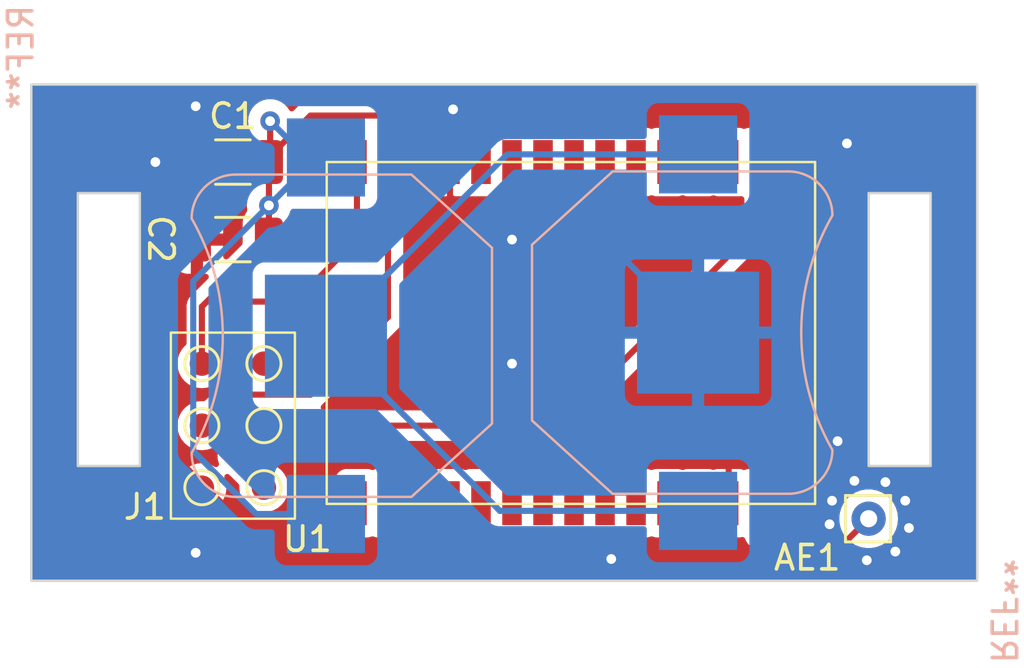
<source format=kicad_pcb>
(kicad_pcb (version 20230620) (generator pcbnew)
  (layers (0 "F.Cu" signal) (31 "B.Cu" signal) (34 "B.Paste" user) (35 "F.Paste" user) (36 "B.SilkS" user "B.Silkscreen") (37 "F.SilkS" user "F.Silkscreen") (38 "B.Mask" user) (39 "F.Mask" user) (44 "Edge.Cuts" user))
  (net 0 "")
  (net 1 "Net-(AE1-A)")
  (net 2 "Net-(BT1-+)")
  (net 3 "GND")
  (net 4 "VDD")
  (net 5 "Net-(J1-Pin_2)")
  (net 6 "Net-(J1-Pin_4)")
  (net 7 "Net-(J1-Pin_5)")
  (footprint "Connector_Pin:Pin_D0.7mm_L6.5mm_W1.8mm_FlatFork" (layer "F.Cu") (at 194.945 112.395)
    (property "Reference" "AE1" (at -2.5146 1.6002 unlocked) (layer "F.SilkS"))
    (property "Value" "Antenna")
    (fp_line (start -0.95 -0.95) (end -0.95 0.95) (stroke (width 0.12)) (layer "F.SilkS"))
    (fp_line (start -0.95 0.95) (end 0.9 0.95) (stroke (width 0.12)) (layer "F.SilkS"))
    (fp_line (start 0.9 -0.95) (end -0.95 -0.95) (stroke (width 0.12)) (layer "F.SilkS"))
    (fp_line (start 0.9 -0.9) (end 0.9 -0.95) (stroke (width 0.12)) (layer "F.SilkS"))
    (fp_line (start 0.9 0.95) (end 0.9 -0.9) (stroke (width 0.12)) (layer "F.SilkS"))
    (pad "1" thru_hole circle (at 0 0) (size 1.4 1.4) (drill 0.7) (layers "*.Cu" "*.Mask") (net 1 "Net-(AE1-A)"))
  )
  (footprint "EBYTE LORA:E07-900M10S" (layer "F.Cu") (at 173.99 111.76)
    (property "Reference" "U1" (at -2.032 1.4732 unlocked) (layer "F.SilkS"))
    (property "Value" "~")
    (fp_line (start -1.238 -13.97) (end 18.762 -13.97) (stroke (width 0.1)) (layer "F.SilkS"))
    (fp_line (start -1.238 0.03) (end -1.238 -13.97) (stroke (width 0.1)) (layer "F.SilkS"))
    (fp_line (start -1.238 0.03) (end 18.762 0.03) (stroke (width 0.1)) (layer "F.SilkS"))
    (fp_line (start 18.762 0.03) (end 18.762 -13.97) (stroke (width 0.1)) (layer "F.SilkS"))
    (pad "1" smd rect (at 0 0) (size 0.8 1.8) (layers "F.Cu" "F.Paste" "F.Mask"))
    (pad "2" smd rect (at 1.27 0) (size 0.8 1.8) (layers "F.Cu" "F.Paste" "F.Mask"))
    (pad "3" smd rect (at 2.54 0) (size 0.8 1.8) (layers "F.Cu" "F.Paste" "F.Mask"))
    (pad "4" smd rect (at 3.81 0) (size 0.8 1.8) (layers "F.Cu" "F.Paste" "F.Mask"))
    (pad "5" smd rect (at 5.08 0) (size 0.8 1.8) (layers "F.Cu" "F.Paste" "F.Mask"))
    (pad "6" smd rect (at 6.35 0) (size 0.8 1.8) (layers "F.Cu" "F.Paste" "F.Mask"))
    (pad "7" smd rect (at 7.62 0) (size 0.8 1.8) (layers "F.Cu" "F.Paste" "F.Mask"))
    (pad "8" smd rect (at 8.89 0) (size 0.8 1.8) (layers "F.Cu" "F.Paste" "F.Mask"))
    (pad "9" smd rect (at 10.16 0) (size 0.8 1.8) (layers "F.Cu" "F.Paste" "F.Mask"))
    (pad "10" smd rect (at 11.43 0) (size 0.8 1.8) (layers "F.Cu" "F.Paste" "F.Mask"))
    (pad "11" smd rect (at 12.7 0) (size 0.8 1.8) (layers "F.Cu" "F.Paste" "F.Mask"))
    (pad "12" smd rect (at 13.97 0) (size 0.8 1.8) (layers "F.Cu" "F.Paste" "F.Mask"))
    (pad "13" smd rect (at 15.222 0 180) (size 0.8 1.8) (layers "F.Cu" "F.Paste" "F.Mask") (net 3 "GND"))
    (pad "14" smd rect (at 16.492 0 180) (size 0.8 1.8) (layers "F.Cu" "F.Paste" "F.Mask") (net 1 "Net-(AE1-A)"))
    (pad "15" smd rect (at 17.762 0.03 180) (size 0.8 1.8) (layers "F.Cu" "F.Paste" "F.Mask") (net 3 "GND"))
    (pad "16" smd rect (at 17.762 -13.97 180) (size 0.8 1.8) (layers "F.Cu" "F.Paste" "F.Mask"))
    (pad "17" smd rect (at 16.492 -13.97 180) (size 0.8 1.8) (layers "F.Cu" "F.Paste" "F.Mask") (net 7 "Net-(J1-Pin_5)"))
    (pad "18" smd rect (at 15.222 -13.97 180) (size 0.8 1.8) (layers "F.Cu" "F.Paste" "F.Mask"))
    (pad "19" smd rect (at 13.97 -13.97) (size 0.8 1.8) (layers "F.Cu" "F.Paste" "F.Mask"))
    (pad "20" smd rect (at 12.7 -13.97) (size 0.8 1.8) (layers "F.Cu" "F.Paste" "F.Mask"))
    (pad "21" smd rect (at 11.43 -13.97) (size 0.8 1.8) (layers "F.Cu" "F.Paste" "F.Mask"))
    (pad "22" smd rect (at 10.16 -13.97) (size 0.8 1.8) (layers "F.Cu" "F.Paste" "F.Mask"))
    (pad "23" smd rect (at 8.89 -13.97) (size 0.8 1.8) (layers "F.Cu" "F.Paste" "F.Mask"))
    (pad "24" smd rect (at 7.62 -13.97) (size 0.8 1.8) (layers "F.Cu" "F.Paste" "F.Mask"))
    (pad "25" smd rect (at 6.35 -13.97) (size 0.8 1.8) (layers "F.Cu" "F.Paste" "F.Mask"))
    (pad "26" smd rect (at 5.08 -13.97) (size 0.8 1.8) (layers "F.Cu" "F.Paste" "F.Mask"))
    (pad "27" smd rect (at 3.81 -13.97) (size 0.8 1.8) (layers "F.Cu" "F.Paste" "F.Mask") (net 3 "GND"))
    (pad "28" smd rect (at 2.54 -13.97) (size 0.8 1.8) (layers "F.Cu" "F.Paste" "F.Mask") (net 4 "VDD"))
    (pad "29" smd rect (at 1.27 -13.97) (size 0.8 1.8) (layers "F.Cu" "F.Paste" "F.Mask") (net 6 "Net-(J1-Pin_4)"))
    (pad "30" smd rect (at 0 -13.97) (size 0.8 1.8) (layers "F.Cu" "F.Paste" "F.Mask") (net 5 "Net-(J1-Pin_2)"))
  )
  (footprint "AliExpress:SWD" (layer "F.Cu") (at 168.91 108.585 -90)
    (property "Reference" "J1" (at 3.3274 3.6068 unlocked) (layer "F.SilkS"))
    (property "Value" "SWD")
    (fp_rect (start -3.81 -2.54) (end 3.81 2.54) (stroke (width 0.1)) (fill none) (layer "F.SilkS"))
    (fp_circle (center -2.54 1.27) (end -2.54 1.97) (stroke (width 0.12)) (fill none) (layer "F.SilkS"))
    (fp_circle (center 0 1.27) (end 0 1.97) (stroke (width 0.12)) (fill none) (layer "F.SilkS"))
    (fp_circle (center 2.54 1.27) (end 2.54 1.97) (stroke (width 0.12)) (fill none) (layer "F.SilkS"))
    (fp_circle (center -2.54 -1.27) (end -2.54 -0.57) (stroke (width 0.12)) (fill none) (layer "F.SilkS"))
    (fp_circle (center 0 -1.27) (end 0 -0.57) (stroke (width 0.12)) (fill none) (layer "F.SilkS"))
    (fp_circle (center 2.54 -1.27) (end 2.54 -0.57) (stroke (width 0.12)) (fill none) (layer "F.SilkS"))
    (pad "1" smd circle (at -2.54 1.27 270) (size 1 1) (layers "F.Cu" "F.Mask") (net 4 "VDD"))
    (pad "2" smd circle (at 0 1.27 270) (size 1 1) (layers "F.Cu" "F.Mask") (net 5 "Net-(J1-Pin_2)"))
    (pad "3" smd circle (at 2.54 1.27 270) (size 1 1) (layers "F.Cu" "F.Mask") (net 3 "GND"))
    (pad "4" smd circle (at 2.54 -1.27 270) (size 1 1) (layers "F.Cu" "F.Mask") (net 6 "Net-(J1-Pin_4)"))
    (pad "5" smd circle (at 0 -1.27 270) (size 1 1) (layers "F.Cu" "F.Mask") (net 7 "Net-(J1-Pin_5)"))
    (pad "6" smd circle (at -2.54 -1.27 270) (size 1 1) (layers "F.Cu" "F.Mask"))
  )
  (footprint "Capacitor_SMD:C_1206_3216Metric" (layer "F.Cu") (at 168.91 97.79 180)
    (property "Reference" "C1" (at 0 1.8796 unlocked) (layer "F.SilkS"))
    (property "Value" "1uF")
    (fp_line (start -0.711252 0.91) (end 0.711252 0.91) (stroke (width 0.12)) (layer "F.SilkS"))
    (fp_line (start -0.711252 -0.91) (end 0.711252 -0.91) (stroke (width 0.12)) (layer "F.SilkS"))
    (pad "1" smd roundrect (at -1.475 0 180) (size 1.15 1.8) (layers "F.Cu" "F.Paste" "F.Mask") (roundrect_rratio 0.2173913043) (net 4 "VDD"))
    (pad "2" smd roundrect (at 1.475 0 180) (size 1.15 1.8) (layers "F.Cu" "F.Paste" "F.Mask") (roundrect_rratio 0.2173913043) (net 3 "GND"))
  )
  (footprint "Capacitor_SMD:C_1206_3216Metric" (layer "F.Cu") (at 168.91 100.965 180)
    (property "Reference" "C2" (at 2.9464 0.0254 -90 unlocked) (layer "F.SilkS"))
    (property "Value" "10uF")
    (fp_line (start -0.711252 0.91) (end 0.711252 0.91) (stroke (width 0.12)) (layer "F.SilkS"))
    (fp_line (start -0.711252 -0.91) (end 0.711252 -0.91) (stroke (width 0.12)) (layer "F.SilkS"))
    (pad "1" smd roundrect (at -1.475 0 180) (size 1.15 1.8) (layers "F.Cu" "F.Paste" "F.Mask") (roundrect_rratio 0.2173913043) (net 4 "VDD"))
    (pad "2" smd roundrect (at 1.475 0 180) (size 1.15 1.8) (layers "F.Cu" "F.Paste" "F.Mask") (roundrect_rratio 0.2173913043) (net 3 "GND"))
  )
  (footprint "AliExpress:CCR-1156" (layer "B.Cu") (at 187.96 104.775 90)
    (property "Reference" "REF**" (at -11.4 12.5 -90 unlocked) (layer "B.SilkS") (effects (justify mirror)))
    (property "Value" "CCR-1156")
    (fp_line (start 3.6 -6.8) (end -3.6 -6.8) (stroke (width 0.1)) (layer "B.SilkS"))
    (fp_line (start 3.6 -6.8) (end 6.6 -3.5) (stroke (width 0.1)) (layer "B.SilkS"))
    (fp_line (start -3.6 -6.8) (end -6.6 -3.5) (stroke (width 0.1)) (layer "B.SilkS"))
    (fp_line (start 6.6 -3.5) (end 6.6 3.7) (stroke (width 0.1)) (layer "B.SilkS"))
    (fp_line (start -6.6 -3.5) (end -6.6 3.7) (stroke (width 0.1)) (layer "B.SilkS"))
    (fp_arc (start 6.6 3.7) (mid 6.072792 4.972792) (end 4.8 5.5) (stroke (width 0.1)) (layer "B.SilkS"))
    (fp_arc (start -4.8 5.5) (mid -6.072792 4.972792) (end -6.6 3.7) (stroke (width 0.1)) (layer "B.SilkS"))
    (fp_arc (start -4.8 5.5) (mid 0 4.225291) (end 4.8 5.5) (stroke (width 0.1)) (layer "B.SilkS"))
    (pad "1" smd rect (at -7.3 0 90) (size 3.2 3.2) (layers "B.Cu" "B.Paste" "B.Mask") (net 2 "Net-(BT1-+)"))
    (pad "1" smd rect (at 7.3 0 90) (size 3.2 3.2) (layers "B.Cu" "B.Paste" "B.Mask") (net 2 "Net-(BT1-+)"))
    (pad "2" smd rect (at 0 0 90) (size 5 5) (layers "B.Cu" "B.Paste" "B.Mask") (net 3 "GND"))
  )
  (footprint "AliExpress:CCR-1156" (layer "B.Cu") (at 172.72 104.902 -90)
    (property "Reference" "REF**" (at -11.4 12.5 90 unlocked) (layer "B.SilkS") (effects (justify mirror)))
    (property "Value" "CCR-1156")
    (fp_line (start -6.6 -3.5) (end -6.6 3.7) (stroke (width 0.1)) (layer "B.SilkS"))
    (fp_line (start 6.6 -3.5) (end 6.6 3.7) (stroke (width 0.1)) (layer "B.SilkS"))
    (fp_line (start -3.6 -6.8) (end -6.6 -3.5) (stroke (width 0.1)) (layer "B.SilkS"))
    (fp_line (start 3.6 -6.8) (end 6.6 -3.5) (stroke (width 0.1)) (layer "B.SilkS"))
    (fp_line (start 3.6 -6.8) (end -3.6 -6.8) (stroke (width 0.1)) (layer "B.SilkS"))
    (fp_arc (start -4.8 5.5) (mid 0 4.225291) (end 4.8 5.5) (stroke (width 0.1)) (layer "B.SilkS"))
    (fp_arc (start -4.8 5.5) (mid -6.072792 4.972792) (end -6.6 3.7) (stroke (width 0.1)) (layer "B.SilkS"))
    (fp_arc (start 6.6 3.7) (mid 6.072792 4.972792) (end 4.8 5.5) (stroke (width 0.1)) (layer "B.SilkS"))
    (pad "1" smd rect (at -7.3 0 270) (size 3.2 3.2) (layers "B.Cu" "B.Paste" "B.Mask") (net 4 "VDD"))
    (pad "1" smd rect (at 7.3 0 270) (size 3.2 3.2) (layers "B.Cu" "B.Paste" "B.Mask") (net 4 "VDD"))
    (pad "2" smd rect (at 0 0 270) (size 5 5) (layers "B.Cu" "B.Paste" "B.Mask") (net 2 "Net-(BT1-+)"))
  )
  (gr_rect (start 194.945 99.06) (end 197.485 110.236) (stroke (width 0.1)) (fill none) (layer "Edge.Cuts"))
  (gr_rect (start 160.655 94.615) (end 199.39 114.935) (stroke (width 0.1)) (fill none) (layer "Edge.Cuts"))
  (gr_rect (start 162.56 99.06) (end 165.1 110.236) (stroke (width 0.1)) (fill none) (layer "Edge.Cuts"))
  (segment (start 193.675 113.665) (end 194.945 112.395) (width 0.25) (layer "F.Cu") (net 1))
  (segment (start 191.135 113.665) (end 193.675 113.665) (width 0.25) (layer "F.Cu") (net 1))
  (segment (start 190.482 113.012) (end 191.135 113.665) (width 0.25) (layer "F.Cu") (net 1))
  (segment (start 190.482 111.76) (end 190.482 113.012) (width 0.25) (layer "F.Cu") (net 1))
  (segment (start 172.72 104.902) (end 172.72 104.9528) (width 0.25) (layer "B.Cu") (net 2))
  (segment (start 172.72 104.9528) (end 179.8422 112.075) (width 0.25) (layer "B.Cu") (net 2))
  (segment (start 180.147 97.475) (end 172.72 104.902) (width 0.25) (layer "B.Cu") (net 2))
  (segment (start 187.96 97.475) (end 180.147 97.475) (width 0.25) (layer "B.Cu") (net 2))
  (segment (start 179.8422 112.075) (end 187.96 112.075) (width 0.25) (layer "B.Cu") (net 2))
  (segment (start 189.23 109.855) (end 189.865 109.22) (width 0.25) (layer "F.Cu") (net 3))
  (segment (start 177.8 99.187) (end 179.578 100.965) (width 0.25) (layer "F.Cu") (net 3))
  (segment (start 190.5 109.22) (end 193.675 109.22) (width 0.25) (layer "F.Cu") (net 3))
  (segment (start 177.8 97.79) (end 177.8 95.758) (width 0.25) (layer "F.Cu") (net 3))
  (segment (start 189.865 109.22) (end 190.5 109.22) (width 0.25) (layer "F.Cu") (net 3))
  (segment (start 189.212 111.76) (end 189.212 109.873) (width 0.25) (layer "F.Cu") (net 3))
  (segment (start 177.8 95.758) (end 177.927 95.631) (width 0.25) (layer "F.Cu") (net 3))
  (segment (start 179.578 100.965) (end 180.34 100.965) (width 0.25) (layer "F.Cu") (net 3))
  (segment (start 189.212 109.873) (end 189.23 109.855) (width 0.25) (layer "F.Cu") (net 3))
  (segment (start 177.8 97.79) (end 177.8 99.187) (width 0.25) (layer "F.Cu") (net 3))
  (via (at 184.404 114.046) (size 0.8) (drill 0.4) (layers "F.Cu" "B.Cu") (net 3))
  (via (at 195.6308 110.8964) (size 0.8) (drill 0.4) (layers "F.Cu" "B.Cu") (net 3))
  (via (at 196.0372 113.7412) (size 0.8) (drill 0.4) (layers "F.Cu" "B.Cu") (net 3))
  (via (at 196.596 112.776) (size 0.8) (drill 0.4) (layers "F.Cu" "B.Cu") (net 3))
  (via (at 194.8688 114.0968) (size 0.8) (drill 0.4) (layers "F.Cu" "B.Cu") (net 3))
  (via (at 177.927 95.631) (size 0.8) (drill 0.4) (layers "F.Cu" "B.Cu") (net 3))
  (via (at 167.386 113.792) (size 0.8) (drill 0.4) (layers "F.Cu" "B.Cu") (net 3))
  (via (at 194.3608 110.8456) (size 0.8) (drill 0.4) (layers "F.Cu" "B.Cu") (net 3))
  (via (at 165.735 97.79) (size 0.8) (drill 0.4) (layers "F.Cu" "B.Cu") (net 3))
  (via (at 194.056 97.028) (size 0.8) (drill 0.4) (layers "F.Cu" "B.Cu") (net 3))
  (via (at 193.4464 111.6584) (size 0.8) (drill 0.4) (layers "F.Cu" "B.Cu") (net 3))
  (via (at 196.4436 111.6584) (size 0.8) (drill 0.4) (layers "F.Cu" "B.Cu") (net 3))
  (via (at 167.386 95.504) (size 0.8) (drill 0.4) (layers "F.Cu" "B.Cu") (net 3))
  (via (at 180.34 100.965) (size 0.8) (drill 0.4) (layers "F.Cu" "B.Cu") (net 3))
  (via (at 193.675 109.22) (size 0.8) (drill 0.4) (layers "F.Cu" "B.Cu") (net 3))
  (via (at 180.34 106.045) (size 0.8) (drill 0.4) (layers "F.Cu" "B.Cu") (net 3))
  (via (at 193.3448 112.6236) (size 0.8) (drill 0.4) (layers "F.Cu" "B.Cu") (net 3))
  (segment (start 184.277 101.092) (end 184.277 100.965) (width 0.25) (layer "B.Cu") (net 3))
  (segment (start 187.96 104.775) (end 184.277 101.092) (width 0.25) (layer "B.Cu") (net 3))
  (segment (start 184.277 100.965) (end 180.34 100.965) (width 0.25) (layer "B.Cu") (net 3))
  (segment (start 167.64 103.71) (end 170.385 100.965) (width 0.25) (layer "F.Cu") (net 4))
  (segment (start 170.385 99.5662) (end 170.385 100.965) (width 0.25) (layer "F.Cu") (net 4))
  (segment (start 170.385 97.79) (end 170.385 97.585) (width 0.25) (layer "F.Cu") (net 4))
  (segment (start 170.385 97.585) (end 172.085 95.885) (width 0.25) (layer "F.Cu") (net 4))
  (segment (start 172.085 95.885) (end 175.895 95.885) (width 0.25) (layer "F.Cu") (net 4))
  (segment (start 176.53 96.52) (end 176.53 97.79) (width 0.25) (layer "F.Cu") (net 4))
  (segment (start 170.434 96.1136) (end 170.434 97.741) (width 0.25) (layer "F.Cu") (net 4))
  (segment (start 170.434 97.741) (end 170.385 97.79) (width 0.25) (layer "F.Cu") (net 4))
  (segment (start 170.385 99.5662) (end 170.385 97.79) (width 0.25) (layer "F.Cu") (net 4))
  (segment (start 170.4104 100.9904) (end 170.385 100.965) (width 0.25) (layer "F.Cu") (net 4))
  (segment (start 175.895 95.885) (end 176.53 96.52) (width 0.25) (layer "F.Cu") (net 4))
  (segment (start 167.64 106.045) (end 167.64 103.71) (width 0.25) (layer "F.Cu") (net 4))
  (segment (start 170.385 101.1918) (end 170.385 100.965) (width 0.25) (layer "F.Cu") (net 4))
  (segment (start 176.53 97.76) (end 176.53 98.425) (width 0.25) (layer "F.Cu") (net 4))
  (via (at 170.385 99.5662) (size 0.8) (drill 0.4) (layers "F.Cu" "B.Cu") (net 4))
  (via (at 170.434 96.1136) (size 0.8) (drill 0.4) (layers "F.Cu" "B.Cu") (net 4))
  (segment (start 170.434 96.1136) (end 171.8716 97.5512) (width 0.25) (layer "B.Cu") (net 4))
  (segment (start 172.3492 97.602) (end 172.72 97.602) (width 0.25) (layer "B.Cu") (net 4))
  (segment (start 172.72 112.202) (end 169.86 112.202) (width 0.25) (layer "B.Cu") (net 4))
  (segment (start 171.9732 97.602) (end 172.72 97.602) (width 0.25) (layer "B.Cu") (net 4))
  (segment (start 167.2844 102.6668) (end 172.3492 97.602) (width 0.25) (layer "B.Cu") (net 4))
  (segment (start 172.72 112.202) (end 172.0952 112.8268) (width 0.25) (layer "B.Cu") (net 4))
  (segment (start 167.2844 109.6264) (end 167.2844 102.6668) (width 0.25) (layer "B.Cu") (net 4))
  (segment (start 169.86 112.202) (end 167.2844 109.6264) (width 0.25) (layer "B.Cu") (net 4))
  (segment (start 173.99 97.79) (end 173.99 100.965) (width 0.25) (layer "F.Cu") (net 5))
  (segment (start 173.99 100.965) (end 171.45 103.505) (width 0.25) (layer "F.Cu") (net 5))
  (segment (start 171.45 103.505) (end 169.545 103.505) (width 0.25) (layer "F.Cu") (net 5))
  (segment (start 168.91 104.14) (end 168.91 107.315) (width 0.25) (layer "F.Cu") (net 5))
  (segment (start 169.545 103.505) (end 168.91 104.14) (width 0.25) (layer "F.Cu") (net 5))
  (segment (start 168.91 107.315) (end 167.64 108.585) (width 0.25) (layer "F.Cu") (net 5))
  (segment (start 169.545 107.315) (end 169.545 107.316396) (width 0.25) (layer "F.Cu") (net 6))
  (segment (start 169.545 107.316396) (end 168.91 107.951396) (width 0.25) (layer "F.Cu") (net 6))
  (segment (start 175.26 104.14) (end 172.085 107.315) (width 0.25) (layer "F.Cu") (net 6))
  (segment (start 175.26 97.79) (end 175.26 104.14) (width 0.25) (layer "F.Cu") (net 6))
  (segment (start 168.91 107.951396) (end 168.91 109.855) (width 0.25) (layer "F.Cu") (net 6))
  (segment (start 175.26 97.76) (end 175.26 98.528273) (width 0.25) (layer "F.Cu") (net 6))
  (segment (start 172.085 107.315) (end 169.545 107.315) (width 0.25) (layer "F.Cu") (net 6))
  (segment (start 168.91 109.855) (end 170.18 111.125) (width 0.25) (layer "F.Cu") (net 6))
  (segment (start 190.5 100.33) (end 190.482 100.312) (width 0.25) (layer "F.Cu") (net 7))
  (segment (start 182.245 108.585) (end 190.5 100.33) (width 0.25) (layer "F.Cu") (net 7))
  (segment (start 190.482 100.312) (end 190.482 97.79) (width 0.25) (layer "F.Cu") (net 7))
  (segment (start 170.18 108.585) (end 182.245 108.585) (width 0.25) (layer "F.Cu") (net 7))
  (zone (net 3) (net_name "GND") (layer "F.Cu") (connect_pads (clearance 0.5)) (min_thickness 0.25) (fill yes (thermal_gap 0.5) (thermal_bridge_width 0.5))
    (polygon (pts (xy 160.655 94.615) (xy 199.39 94.615) (xy 199.39 114.935) (xy 160.655 114.935)))
  )
  (zone (net 3) (net_name "GND") (layer "B.Cu") (priority 1) (connect_pads (clearance 0.5)) (min_thickness 0.25) (fill yes (thermal_gap 0.5) (thermal_bridge_width 0.5))
    (polygon (pts (xy 160.655 94.615) (xy 199.39 94.615) (xy 199.39 114.935) (xy 160.655 114.935)))
  )
)
</source>
